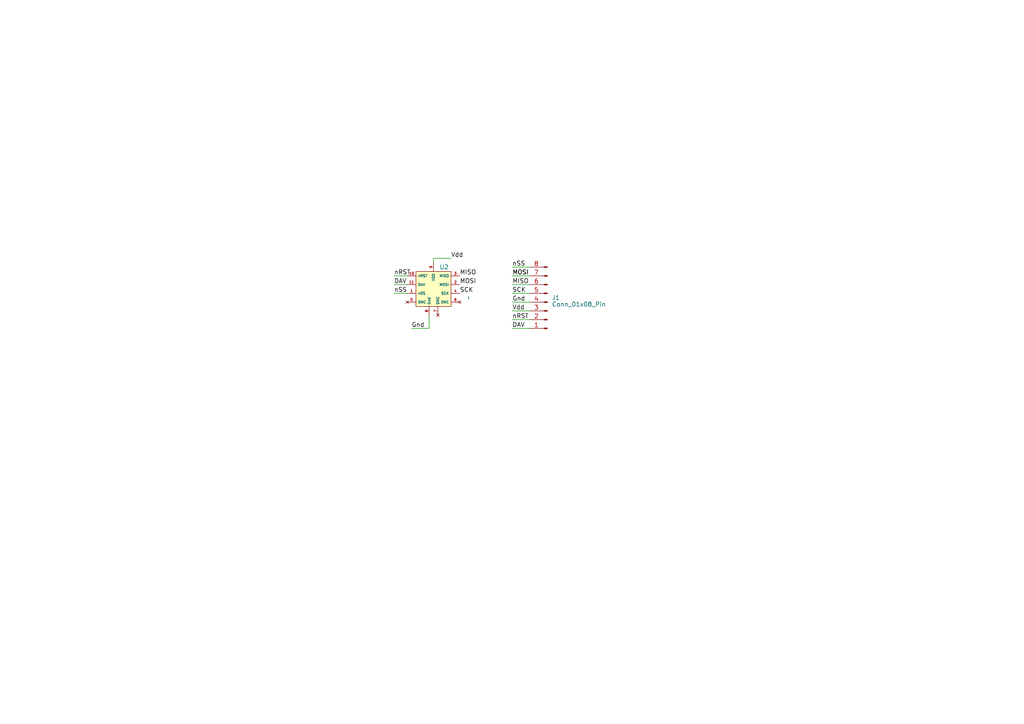
<source format=kicad_sch>
(kicad_sch (version 20230121) (generator eeschema)
  (paper "A4")
  (lib_symbols
    (symbol "Connector:Conn_01x08_Pin" (pin_names (offset 1.016) hide)
      (property "Reference" "J" (at 0 10.16 0))
      (property "Value" "Conn_01x08_Pin" (at 0 -12.7 0))
      (symbol "Conn_01x08_Pin_1_1"
        (polyline (pts (xy 1.27 -10.16) (xy 0.8636 -10.16)) (stroke (width 0.1524)))
        (polyline (pts (xy 1.27 -7.62) (xy 0.8636 -7.62)) (stroke (width 0.1524)))
        (polyline (pts (xy 1.27 -5.08) (xy 0.8636 -5.08)) (stroke (width 0.1524)))
        (polyline (pts (xy 1.27 -2.54) (xy 0.8636 -2.54)) (stroke (width 0.1524)))
        (polyline (pts (xy 1.27 0) (xy 0.8636 0)) (stroke (width 0.1524)))
        (polyline (pts (xy 1.27 2.54) (xy 0.8636 2.54)) (stroke (width 0.1524)))
        (polyline (pts (xy 1.27 5.08) (xy 0.8636 5.08)) (stroke (width 0.1524)))
        (polyline (pts (xy 1.27 7.62) (xy 0.8636 7.62)) (stroke (width 0.1524)))
        (rectangle (start 0.8636 -10.033) (end 0 -10.287) (stroke (width 0.1524)) (fill (type outline)))
        (rectangle (start 0.8636 -7.493) (end 0 -7.747) (stroke (width 0.1524)) (fill (type outline)))
        (rectangle (start 0.8636 -4.953) (end 0 -5.207) (stroke (width 0.1524)) (fill (type outline)))
        (rectangle (start 0.8636 -2.413) (end 0 -2.667) (stroke (width 0.1524)) (fill (type outline)))
        (rectangle (start 0.8636 0.127) (end 0 -0.127) (stroke (width 0.1524)) (fill (type outline)))
        (rectangle (start 0.8636 2.667) (end 0 2.413) (stroke (width 0.1524)) (fill (type outline)))
        (rectangle (start 0.8636 5.207) (end 0 4.953) (stroke (width 0.1524)) (fill (type outline)))
        (rectangle (start 0.8636 7.747) (end 0 7.493) (stroke (width 0.1524)) (fill (type outline)))
        (pin passive line (at 5.08 7.62 180) (length 3.81) (name "Pin_1") (number "1"))
        (pin passive line (at 5.08 5.08 180) (length 3.81) (name "Pin_2") (number "2"))
        (pin passive line (at 5.08 2.54 180) (length 3.81) (name "Pin_3") (number "3"))
        (pin passive line (at 5.08 0 180) (length 3.81) (name "Pin_4") (number "4"))
        (pin passive line (at 5.08 -2.54 180) (length 3.81) (name "Pin_5") (number "5"))
        (pin passive line (at 5.08 -5.08 180) (length 3.81) (name "Pin_6") (number "6"))
        (pin passive line (at 5.08 -7.62 180) (length 3.81) (name "Pin_7") (number "7"))
        (pin passive line (at 5.08 -10.16 180) (length 3.81) (name "Pin_8") (number "8"))
      )
    )
    (symbol "sensor3DModel:ND005D-SM02-R" (in_bom no)
      (property "Reference" "U" (at 0 2.54 0))
      (symbol "ND005D-SM02-R_0_1"
        (rectangle (start -5.08 -8.89) (end 5.08 -19.05) (fill (type background)))
        (rectangle (start -3.81 -10.16) (end -3.81 -10.16))
      )
      (symbol "ND005D-SM02-R_1_1"
        (pin input line (at -7.62 -15.24 0) (length 2.54) (name "nSS") (number "1"))
        (pin input line (at -7.62 -10.16 0) (length 2.54) (name "nRST") (number "10"))
        (pin output line (at -7.62 -12.7 0) (length 2.54) (name "DAV") (number "11"))
        (pin input line (at 7.62 -12.7 180) (length 2.54) (name "MOSI") (number "2"))
        (pin output line (at 7.62 -10.16 180) (length 2.54) (name "MISO") (number "3"))
        (pin input line (at 7.62 -15.24 180) (length 2.54) (name "SCK") (number "4"))
        (pin no_connect line (at -7.62 -17.78 0) (length 2.54) (name "DNC") (number "5"))
        (pin no_connect line (at 7.62 -17.78 180) (length 2.54) (name "DNC") (number "6"))
        (pin no_connect line (at 1.27 -21.59 90) (length 2.54) (name "DNC") (number "7"))
        (pin power_in line (at -1.27 -21.59 90) (length 2.54) (name "Gnd") (number "8"))
        (pin power_in line (at 0 -6.35 270) (length 2.54) (name "VDD") (number "9"))
      )
    )
  )
  (wire (pts (xy 148.59 95.25) (xy 153.67 95.25)))
  (wire (pts (xy 124.46 95.25) (xy 119.38 95.25)))
  (wire (pts (xy 148.59 92.71) (xy 153.67 92.71)))
  (wire (pts (xy 148.59 80.01) (xy 153.67 80.01)))
  (wire (pts (xy 114.3 85.09) (xy 118.11 85.09)))
  (wire (pts (xy 125.73 76.2) (xy 125.73 74.93)))
  (wire (pts (xy 124.46 91.44) (xy 124.46 95.25)))
  (wire (pts (xy 153.67 82.55) (xy 148.59 82.55)))
  (wire (pts (xy 118.11 82.55) (xy 114.3 82.55)))
  (wire (pts (xy 148.59 85.09) (xy 153.67 85.09)))
  (wire (pts (xy 125.73 74.93) (xy 130.81 74.93)))
  (wire (pts (xy 153.67 90.17) (xy 148.59 90.17)))
  (wire (pts (xy 153.67 87.63) (xy 148.59 87.63)))
  (wire (pts (xy 114.3 80.01) (xy 118.11 80.01)))
  (wire (pts (xy 153.67 77.47) (xy 148.59 77.47)))
  (label "Vdd" (at 148.59 90.17 0))
  (label "DAV" (at 148.59 95.25 0))
  (label "nSS" (at 114.3 85.09 0))
  (label "Gnd" (at 119.38 95.25 0))
  (label "MOSI" (at 133.35 82.55 0))
  (label "Gnd" (at 148.59 87.63 0))
  (label "nRST" (at 148.59 92.71 0))
  (label "DAV" (at 114.3 82.55 0))
  (label "SCK" (at 133.35 85.09 0))
  (label "nSS" (at 148.59 77.47 0))
  (label "SCK" (at 148.59 85.09 0))
  (label "MOSI" (at 148.59 80.01 0))
  (label "nRST" (at 114.3 80.01 0))
  (label "MOSI" (at 148.59 80.01 0))
  (label "MISO" (at 148.59 82.55 0))
  (label "MISO" (at 133.35 80.01 0))
  (label "Vdd" (at 130.81 74.93 0))
  (symbol (lib_id "Connector:Conn_01x08_Pin") (at 158.75 87.63 180) (unit 1)
    (property "Reference" "J1" (at 160.02 86.36 0) (effects (justify right)))
    (property "Value" "Conn_01x08_Pin" (at 160.02 88.265 0) (effects (justify right)))
    (property "Footprint" "Connector_PinHeader_2.54mm:PinHeader_1x08_P2.54mm_Vertical" (effects hide))
  )
  (symbol (lib_id "sensor3DModel:ND005D-SM02-R") (at 125.73 69.85 0) (unit 1) (in_bom no)
    (property "Reference" "U2" (at 127.4259 77.47 0) (effects (justify left)))
    (property "Value" "~" (at 135.89 86.36 90))
    (property "Footprint" "pressureSensorFootprintLibrary:HV120SM02C" (effects hide))
    (property "Sim.Library" "/Users/jaden/Downloads/ND005-SM02/ND005D-SM02-R.stp" (effects hide))
  )
)
</source>
